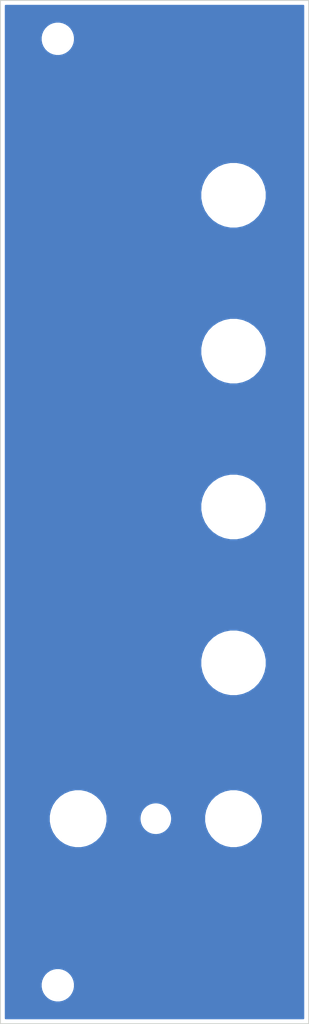
<source format=kicad_pcb>
(kicad_pcb (version 20171130) (host pcbnew 5.1.5-52549c5~86~ubuntu19.04.1)

  (general
    (thickness 1.6)
    (drawings 13)
    (tracks 0)
    (zones 0)
    (modules 8)
    (nets 1)
  )

  (page A4)
  (title_block
    (title ADSR)
    (date 2019-09-22)
    (rev 01)
    (comment 1 "Original design by René Schmitz")
    (comment 2 "PCB for Panel")
    (comment 4 "License CC BY 4.0 - Attribution 4.0 International")
  )

  (layers
    (0 F.Cu signal)
    (31 B.Cu signal)
    (32 B.Adhes user)
    (33 F.Adhes user)
    (34 B.Paste user)
    (35 F.Paste user)
    (36 B.SilkS user)
    (37 F.SilkS user)
    (38 B.Mask user)
    (39 F.Mask user)
    (40 Dwgs.User user)
    (41 Cmts.User user)
    (42 Eco1.User user)
    (43 Eco2.User user)
    (44 Edge.Cuts user)
    (45 Margin user)
    (46 B.CrtYd user)
    (47 F.CrtYd user)
    (48 B.Fab user)
    (49 F.Fab user)
  )

  (setup
    (last_trace_width 0.25)
    (trace_clearance 0.2)
    (zone_clearance 0.508)
    (zone_45_only no)
    (trace_min 0.2)
    (via_size 0.8)
    (via_drill 0.4)
    (via_min_size 0.4)
    (via_min_drill 0.3)
    (uvia_size 0.3)
    (uvia_drill 0.1)
    (uvias_allowed no)
    (uvia_min_size 0.2)
    (uvia_min_drill 0.1)
    (edge_width 0.05)
    (segment_width 0.2)
    (pcb_text_width 0.3)
    (pcb_text_size 1.5 1.5)
    (mod_edge_width 0.12)
    (mod_text_size 1 1)
    (mod_text_width 0.15)
    (pad_size 5 5)
    (pad_drill 0)
    (pad_to_mask_clearance 0.051)
    (solder_mask_min_width 0.25)
    (aux_axis_origin 0 0)
    (visible_elements 7FFFFFFF)
    (pcbplotparams
      (layerselection 0x010f0_ffffffff)
      (usegerberextensions false)
      (usegerberattributes false)
      (usegerberadvancedattributes false)
      (creategerberjobfile false)
      (excludeedgelayer true)
      (linewidth 0.100000)
      (plotframeref false)
      (viasonmask false)
      (mode 1)
      (useauxorigin false)
      (hpglpennumber 1)
      (hpglpenspeed 20)
      (hpglpendiameter 15.000000)
      (psnegative false)
      (psa4output false)
      (plotreference true)
      (plotvalue true)
      (plotinvisibletext false)
      (padsonsilk false)
      (subtractmaskfromsilk false)
      (outputformat 1)
      (mirror false)
      (drillshape 0)
      (scaleselection 1)
      (outputdirectory "gerbers/"))
  )

  (net 0 "")

  (net_class Default "This is the default net class."
    (clearance 0.2)
    (trace_width 0.25)
    (via_dia 0.8)
    (via_drill 0.4)
    (uvia_dia 0.3)
    (uvia_drill 0.1)
  )

  (module MountingHole:MountingHole_3.2mm_M3 (layer F.Cu) (tedit 56D1B4CB) (tstamp 5D873FA3)
    (at 32.9 153.8)
    (descr "Mounting Hole 3.2mm, no annular, M3")
    (tags "mounting hole 3.2mm no annular m3")
    (attr virtual)
    (fp_text reference REF** (at 0 -4.2) (layer F.SilkS) hide
      (effects (font (size 1 1) (thickness 0.15)))
    )
    (fp_text value MountingHole_3.2mm_M3 (at 0 4.2) (layer F.Fab) hide
      (effects (font (size 1 1) (thickness 0.15)))
    )
    (fp_circle (center 0 0) (end 3.45 0) (layer F.CrtYd) (width 0.05))
    (fp_circle (center 0 0) (end 3.2 0) (layer Cmts.User) (width 0.15))
    (fp_text user %R (at 0.3 0) (layer F.Fab) hide
      (effects (font (size 1 1) (thickness 0.15)))
    )
    (pad 1 np_thru_hole circle (at 0 0) (size 3.2 3.2) (drill 3.2) (layers *.Cu *.Mask))
  )

  (module MountingHole:MountingHole_3.2mm_M3 (layer F.Cu) (tedit 56D1B4CB) (tstamp 5D873F8D)
    (at 32.9 30.4)
    (descr "Mounting Hole 3.2mm, no annular, M3")
    (tags "mounting hole 3.2mm no annular m3")
    (attr virtual)
    (fp_text reference REF** (at 0 -4.2) (layer F.SilkS) hide
      (effects (font (size 1 1) (thickness 0.15)))
    )
    (fp_text value MountingHole_3.2mm_M3 (at 0 4.2) (layer F.Fab) hide
      (effects (font (size 1 1) (thickness 0.15)))
    )
    (fp_circle (center 0 0) (end 3.45 0) (layer F.CrtYd) (width 0.05))
    (fp_circle (center 0 0) (end 3.2 0) (layer Cmts.User) (width 0.15))
    (fp_text user %R (at 0.3 0) (layer F.Fab) hide
      (effects (font (size 1 1) (thickness 0.15)))
    )
    (pad 1 np_thru_hole circle (at 0 0) (size 3.2 3.2) (drill 3.2) (layers *.Cu *.Mask))
  )

  (module elektrophon:panel_jack (layer F.Cu) (tedit 5D6D74CB) (tstamp 5D6B4C03)
    (at 55.88 132.08)
    (descr "Mounting Hole 8.4mm, no annular, M8")
    (tags "mounting hole 8.4mm no annular m8")
    (path /5D6B07F8)
    (attr virtual)
    (fp_text reference H7 (at 0 -9.4) (layer F.SilkS) hide
      (effects (font (size 1 1) (thickness 0.15)))
    )
    (fp_text value out (at 0 9.144) (layer F.Mask) hide
      (effects (font (size 2 1.4) (thickness 0.25)))
    )
    (fp_circle (center 0 0) (end 4.2 0) (layer F.CrtYd) (width 0.05))
    (fp_circle (center 0 0) (end 4 0) (layer Cmts.User) (width 0.15))
    (fp_text user %R (at 0.3 0) (layer F.Fab) hide
      (effects (font (size 1 1) (thickness 0.15)))
    )
    (pad "" np_thru_hole circle (at 0 0) (size 6.4 6.4) (drill 6.4) (layers *.Cu *.Mask))
  )

  (module elektrophon:panel_potentiometer (layer F.Cu) (tedit 5D6D74E4) (tstamp 5D6B4BF9)
    (at 55.88 111.76)
    (descr "Mounting Hole 8.4mm, no annular, M8")
    (tags "mounting hole 8.4mm no annular m8")
    (path /5D6B02F1)
    (attr virtual)
    (fp_text reference H5 (at 0 -9.4) (layer F.SilkS) hide
      (effects (font (size 1 1) (thickness 0.15)))
    )
    (fp_text value release (at 0 9.144) (layer F.Mask) hide
      (effects (font (size 2 1.4) (thickness 0.25)))
    )
    (fp_circle (center 0 0) (end 6.6 0) (layer F.CrtYd) (width 0.05))
    (fp_circle (center 0 0) (end 6.35 0) (layer Cmts.User) (width 0.15))
    (fp_text user %R (at 0.3 0) (layer F.Fab) hide
      (effects (font (size 1 1) (thickness 0.15)))
    )
    (pad "" np_thru_hole circle (at 0 0) (size 7.4 7.4) (drill 7.4) (layers *.Cu *.Mask))
  )

  (module elektrophon:panel_potentiometer (layer F.Cu) (tedit 5D6D74E4) (tstamp 5D6B4BF4)
    (at 55.88 91.44)
    (descr "Mounting Hole 8.4mm, no annular, M8")
    (tags "mounting hole 8.4mm no annular m8")
    (path /5D6AFF0C)
    (attr virtual)
    (fp_text reference H4 (at 0 -9.4) (layer F.SilkS) hide
      (effects (font (size 1 1) (thickness 0.15)))
    )
    (fp_text value sustain (at 0 9.144) (layer F.Mask) hide
      (effects (font (size 2 1.4) (thickness 0.25)))
    )
    (fp_circle (center 0 0) (end 6.6 0) (layer F.CrtYd) (width 0.05))
    (fp_circle (center 0 0) (end 6.35 0) (layer Cmts.User) (width 0.15))
    (fp_text user %R (at 0.3 0) (layer F.Fab) hide
      (effects (font (size 1 1) (thickness 0.15)))
    )
    (pad "" np_thru_hole circle (at 0 0) (size 7.4 7.4) (drill 7.4) (layers *.Cu *.Mask))
  )

  (module elektrophon:panel_potentiometer (layer F.Cu) (tedit 5D6D74E4) (tstamp 5D6B4BEF)
    (at 55.88 71.12)
    (descr "Mounting Hole 8.4mm, no annular, M8")
    (tags "mounting hole 8.4mm no annular m8")
    (path /5D6AFC95)
    (attr virtual)
    (fp_text reference H3 (at 0 -9.4) (layer F.SilkS) hide
      (effects (font (size 1 1) (thickness 0.15)))
    )
    (fp_text value delay (at 0 9.144) (layer F.Mask) hide
      (effects (font (size 2 1.4) (thickness 0.25)))
    )
    (fp_circle (center 0 0) (end 6.6 0) (layer F.CrtYd) (width 0.05))
    (fp_circle (center 0 0) (end 6.35 0) (layer Cmts.User) (width 0.15))
    (fp_text user %R (at 0.3 0) (layer F.Fab) hide
      (effects (font (size 1 1) (thickness 0.15)))
    )
    (pad "" np_thru_hole circle (at 0 0) (size 7.4 7.4) (drill 7.4) (layers *.Cu *.Mask))
  )

  (module elektrophon:panel_potentiometer (layer F.Cu) (tedit 5D6D74E4) (tstamp 5D6B4BEA)
    (at 55.88 50.8)
    (descr "Mounting Hole 8.4mm, no annular, M8")
    (tags "mounting hole 8.4mm no annular m8")
    (path /5D6AFC22)
    (attr virtual)
    (fp_text reference H2 (at 0 -9.4) (layer F.SilkS) hide
      (effects (font (size 1 1) (thickness 0.15)))
    )
    (fp_text value attack (at 0 9.144) (layer F.Mask) hide
      (effects (font (size 2 1.4) (thickness 0.25)))
    )
    (fp_circle (center 0 0) (end 6.6 0) (layer F.CrtYd) (width 0.05))
    (fp_circle (center 0 0) (end 6.35 0) (layer Cmts.User) (width 0.15))
    (fp_text user %R (at 0.3 0) (layer F.Fab) hide
      (effects (font (size 1 1) (thickness 0.15)))
    )
    (pad "" np_thru_hole circle (at 0 0) (size 7.4 7.4) (drill 7.4) (layers *.Cu *.Mask))
  )

  (module elektrophon:panel_jack (layer F.Cu) (tedit 5D6D74CB) (tstamp 5D6B4BE5)
    (at 35.56 132.08)
    (descr "Mounting Hole 8.4mm, no annular, M8")
    (tags "mounting hole 8.4mm no annular m8")
    (path /5D6B047C)
    (attr virtual)
    (fp_text reference H1 (at 0 -9.4) (layer F.SilkS) hide
      (effects (font (size 1 1) (thickness 0.15)))
    )
    (fp_text value in (at 0 9.144) (layer F.Mask) hide
      (effects (font (size 2 1.4) (thickness 0.25)))
    )
    (fp_circle (center 0 0) (end 4.2 0) (layer F.CrtYd) (width 0.05))
    (fp_circle (center 0 0) (end 4 0) (layer Cmts.User) (width 0.15))
    (fp_text user %R (at 0.3 0) (layer F.Fab) hide
      (effects (font (size 1 1) (thickness 0.15)))
    )
    (pad "" np_thru_hole circle (at 0 0) (size 6.4 6.4) (drill 6.4) (layers *.Cu *.Mask))
  )

  (gr_text -1 (at 47.244 28.702) (layer F.Mask) (tstamp 5EABDDEB)
    (effects (font (size 2 2) (thickness 0.35)))
  )
  (gr_text R01 (at 60.12 155.09) (layer F.Cu)
    (effects (font (size 2 1.4) (thickness 0.25)))
  )
  (gr_text out (at 55.88 141.22) (layer F.Mask) (tstamp 5D87320C)
    (effects (font (size 2 1.4) (thickness 0.25)))
  )
  (gr_text in (at 35.58 141.2) (layer F.Mask) (tstamp 5D87320C)
    (effects (font (size 2 1.4) (thickness 0.25)))
  )
  (gr_text release (at 55.88 120.91) (layer F.Mask) (tstamp 5D87320C)
    (effects (font (size 2 1.4) (thickness 0.25)))
  )
  (gr_text sustain (at 55.88 100.58) (layer F.Mask) (tstamp 5D87320C)
    (effects (font (size 2 1.4) (thickness 0.25)))
  )
  (gr_text decay (at 55.87 80.27) (layer F.Mask) (tstamp 5D87320C)
    (effects (font (size 2 1.4) (thickness 0.25)))
  )
  (gr_text attack (at 55.88 59.95) (layer F.Mask)
    (effects (font (size 2 1.4) (thickness 0.25)))
  )
  (gr_text Σ (at 43.688 30.48) (layer F.Mask)
    (effects (font (size 3 3) (thickness 0.35)))
  )
  (gr_line (start 65.7 158.8) (end 25.4 158.8) (layer Edge.Cuts) (width 0.12))
  (gr_line (start 65.7 25.4) (end 65.7 158.8) (layer Edge.Cuts) (width 0.12))
  (gr_line (start 25.4 25.4) (end 25.4 158.8) (layer Edge.Cuts) (width 0.12))
  (gr_line (start 25.4 25.4) (end 65.7 25.4) (layer Edge.Cuts) (width 0.12))

  (zone (net 0) (net_name "") (layer B.Cu) (tstamp 5D874006) (hatch edge 0.508)
    (connect_pads (clearance 0.508))
    (min_thickness 0.254)
    (fill yes (arc_segments 32) (thermal_gap 0.508) (thermal_bridge_width 0.508))
    (polygon
      (pts
        (xy 25.39 25.34) (xy 65.72 25.41) (xy 65.69 158.79) (xy 25.41 158.79)
      )
    )
    (filled_polygon
      (pts
        (xy 65.005001 158.105) (xy 26.095 158.105) (xy 26.095 153.579872) (xy 30.665 153.579872) (xy 30.665 154.020128)
        (xy 30.75089 154.451925) (xy 30.919369 154.858669) (xy 31.163962 155.224729) (xy 31.475271 155.536038) (xy 31.841331 155.780631)
        (xy 32.248075 155.94911) (xy 32.679872 156.035) (xy 33.120128 156.035) (xy 33.551925 155.94911) (xy 33.958669 155.780631)
        (xy 34.324729 155.536038) (xy 34.636038 155.224729) (xy 34.880631 154.858669) (xy 35.04911 154.451925) (xy 35.135 154.020128)
        (xy 35.135 153.579872) (xy 35.04911 153.148075) (xy 34.880631 152.741331) (xy 34.636038 152.375271) (xy 34.324729 152.063962)
        (xy 33.958669 151.819369) (xy 33.551925 151.65089) (xy 33.120128 151.565) (xy 32.679872 151.565) (xy 32.248075 151.65089)
        (xy 31.841331 151.819369) (xy 31.475271 152.063962) (xy 31.163962 152.375271) (xy 30.919369 152.741331) (xy 30.75089 153.148075)
        (xy 30.665 153.579872) (xy 26.095 153.579872) (xy 26.095 131.702285) (xy 31.725 131.702285) (xy 31.725 132.457715)
        (xy 31.872377 133.198628) (xy 32.161467 133.896554) (xy 32.581161 134.52467) (xy 33.11533 135.058839) (xy 33.743446 135.478533)
        (xy 34.441372 135.767623) (xy 35.182285 135.915) (xy 35.937715 135.915) (xy 36.678628 135.767623) (xy 37.376554 135.478533)
        (xy 38.00467 135.058839) (xy 38.538839 134.52467) (xy 38.958533 133.896554) (xy 39.247623 133.198628) (xy 39.395 132.457715)
        (xy 39.395 132.076313) (xy 43.59301 132.076313) (xy 43.59381 132.139313) (xy 43.593926 132.143348) (xy 43.596726 132.206248)
        (xy 43.596969 132.210279) (xy 43.601769 132.273079) (xy 43.60214 132.277093) (xy 43.60894 132.339793) (xy 43.609417 132.343637)
        (xy 43.618117 132.406037) (xy 43.618744 132.410065) (xy 43.629444 132.472165) (xy 43.630208 132.476204) (xy 43.642908 132.537904)
        (xy 43.643756 132.541725) (xy 43.658356 132.603025) (xy 43.659333 132.606862) (xy 43.675833 132.667662) (xy 43.676946 132.671522)
        (xy 43.695346 132.731722) (xy 43.696561 132.735485) (xy 43.716861 132.795185) (xy 43.718261 132.799092) (xy 43.740461 132.857992)
        (xy 43.741862 132.861545) (xy 43.765862 132.919845) (xy 43.767429 132.923491) (xy 43.793229 132.980991) (xy 43.795028 132.984827)
        (xy 43.822728 133.041427) (xy 43.824485 133.044883) (xy 43.853885 133.100583) (xy 43.855748 133.103984) (xy 43.886848 133.158784)
        (xy 43.889008 133.162446) (xy 43.921908 133.216146) (xy 43.923944 133.21936) (xy 43.958444 133.27206) (xy 43.960733 133.275438)
        (xy 43.996933 133.327038) (xy 43.9993 133.3303) (xy 44.0371 133.3807) (xy 44.039471 133.383762) (xy 44.078771 133.432962)
        (xy 44.081418 133.436168) (xy 44.122318 133.484068) (xy 44.124873 133.486969) (xy 44.167273 133.533669) (xy 44.170096 133.536679)
        (xy 44.213896 133.581879) (xy 44.216617 133.584603) (xy 44.261817 133.628503) (xy 44.26483 133.631336) (xy 44.31143 133.673736)
        (xy 44.314432 133.676382) (xy 44.362332 133.717282) (xy 44.365415 133.719831) (xy 44.414615 133.759231) (xy 44.417671 133.761603)
        (xy 44.468071 133.799503) (xy 44.471367 133.8019) (xy 44.522867 133.8381) (xy 44.526199 133.840364) (xy 44.578899 133.874964)
        (xy 44.582254 133.877092) (xy 44.635954 133.909992) (xy 44.639377 133.912016) (xy 44.694077 133.943216) (xy 44.69756 133.945131)
        (xy 44.75326 133.974631) (xy 44.756873 133.976472) (xy 44.813473 134.004172) (xy 44.817066 134.005861) (xy 44.874466 134.031761)
        (xy 44.878355 134.033438) (xy 44.936655 134.057438) (xy 44.940032 134.058772) (xy 44.998932 134.081072) (xy 45.002953 134.082518)
        (xy 45.062553 134.102818) (xy 45.06625 134.104014) (xy 45.12655 134.122514) (xy 45.13035 134.123616) (xy 45.19115 134.140216)
        (xy 45.19513 134.141233) (xy 45.25633 134.155833) (xy 45.260236 134.1567) (xy 45.322036 134.1694) (xy 45.325806 134.170116)
        (xy 45.387806 134.180916) (xy 45.391865 134.181556) (xy 45.454265 134.190356) (xy 45.458307 134.19086) (xy 45.521007 134.19766)
        (xy 45.525021 134.198031) (xy 45.587821 134.202831) (xy 45.591651 134.203065) (xy 45.654551 134.205965) (xy 45.658586 134.206087)
        (xy 45.721586 134.206987) (xy 45.7374 134.20553) (xy 45.75553 134.206736) (xy 45.81853 134.204736) (xy 45.82256 134.204544)
        (xy 45.88546 134.200544) (xy 45.889298 134.200241) (xy 45.951998 134.194341) (xy 45.956224 134.193872) (xy 46.018724 134.185872)
        (xy 46.022366 134.185352) (xy 46.084566 134.175552) (xy 46.088776 134.174816) (xy 46.150676 134.162916) (xy 46.154506 134.162119)
        (xy 46.216006 134.148319) (xy 46.219855 134.147392) (xy 46.280855 134.131692) (xy 46.284675 134.130645) (xy 46.345175 134.113045)
        (xy 46.349013 134.111862) (xy 46.408913 134.092362) (xy 46.412775 134.091036) (xy 46.471975 134.069636) (xy 46.475723 134.068214)
        (xy 46.534323 134.044914) (xy 46.537987 134.04339) (xy 46.595787 134.01829) (xy 46.599402 134.016653) (xy 46.656402 133.989753)
        (xy 46.659964 133.988003) (xy 46.715964 133.959403) (xy 46.71962 133.95746) (xy 46.77482 133.92696) (xy 46.778117 133.925073)
        (xy 46.832317 133.892973) (xy 46.83594 133.890745) (xy 46.88904 133.856845) (xy 46.892213 133.854752) (xy 46.944313 133.819252)
        (xy 46.947606 133.816931) (xy 46.998506 133.779831) (xy 47.001726 133.777404) (xy 47.051426 133.738704) (xy 47.054445 133.736279)
        (xy 47.102945 133.696079) (xy 47.106099 133.693376) (xy 47.153299 133.651576) (xy 47.156242 133.648887) (xy 47.202042 133.605687)
        (xy 47.205004 133.6028) (xy 47.249404 133.5581) (xy 47.251976 133.555434) (xy 47.295076 133.509434) (xy 47.297952 133.506259)
        (xy 47.339452 133.458859) (xy 47.341859 133.456027) (xy 47.381959 133.407427) (xy 47.384551 133.404179) (xy 47.423051 133.354279)
        (xy 47.425392 133.351146) (xy 47.462292 133.300146) (xy 47.464759 133.296611) (xy 47.499959 133.244311) (xy 47.501977 133.241217)
        (xy 47.535577 133.188017) (xy 47.537666 133.184592) (xy 47.569666 133.130192) (xy 47.571747 133.126515) (xy 47.601847 133.071215)
        (xy 47.603568 133.06794) (xy 47.632068 133.01174) (xy 47.633921 133.007929) (xy 47.660521 132.950829) (xy 47.662069 132.947374)
        (xy 47.686969 132.889474) (xy 47.68852 132.8857) (xy 47.71152 132.8271) (xy 47.712974 132.82321) (xy 47.734074 132.76381)
        (xy 47.735299 132.760189) (xy 47.754599 132.700189) (xy 47.755806 132.696216) (xy 47.773106 132.635716) (xy 47.774101 132.632028)
        (xy 47.789601 132.570928) (xy 47.790556 132.566888) (xy 47.804056 132.505288) (xy 47.804863 132.501298) (xy 47.816363 132.439398)
        (xy 47.816988 132.435738) (xy 47.826688 132.373438) (xy 47.827271 132.36923) (xy 47.834871 132.30673) (xy 47.835278 132.302898)
        (xy 47.840978 132.240198) (xy 47.841281 132.236158) (xy 47.844981 132.173258) (xy 47.845154 132.169226) (xy 47.846854 132.106226)
        (xy 47.846899 132.102195) (xy 47.846599 132.039195) (xy 47.846515 132.035167) (xy 47.844215 131.972167) (xy 47.844018 131.968339)
        (xy 47.839818 131.905439) (xy 47.839482 131.901383) (xy 47.833282 131.838783) (xy 47.832821 131.834779) (xy 47.824621 131.772279)
        (xy 47.824026 131.768248) (xy 47.813826 131.706048) (xy 47.81315 131.702285) (xy 52.045 131.702285) (xy 52.045 132.457715)
        (xy 52.192377 133.198628) (xy 52.481467 133.896554) (xy 52.901161 134.52467) (xy 53.43533 135.058839) (xy 54.063446 135.478533)
        (xy 54.761372 135.767623) (xy 55.502285 135.915) (xy 56.257715 135.915) (xy 56.998628 135.767623) (xy 57.696554 135.478533)
        (xy 58.32467 135.058839) (xy 58.858839 134.52467) (xy 59.278533 133.896554) (xy 59.567623 133.198628) (xy 59.715 132.457715)
        (xy 59.715 131.702285) (xy 59.567623 130.961372) (xy 59.278533 130.263446) (xy 58.858839 129.63533) (xy 58.32467 129.101161)
        (xy 57.696554 128.681467) (xy 56.998628 128.392377) (xy 56.257715 128.245) (xy 55.502285 128.245) (xy 54.761372 128.392377)
        (xy 54.063446 128.681467) (xy 53.43533 129.101161) (xy 52.901161 129.63533) (xy 52.481467 130.263446) (xy 52.192377 130.961372)
        (xy 52.045 131.702285) (xy 47.81315 131.702285) (xy 47.813134 131.702198) (xy 47.801034 131.640398) (xy 47.800222 131.636567)
        (xy 47.786222 131.575167) (xy 47.785245 131.571178) (xy 47.769245 131.510178) (xy 47.768165 131.506314) (xy 47.750265 131.445914)
        (xy 47.749063 131.442081) (xy 47.729263 131.382281) (xy 47.728007 131.378669) (xy 47.706407 131.319469) (xy 47.704919 131.31559)
        (xy 47.681419 131.25719) (xy 47.679836 131.253432) (xy 47.654436 131.195732) (xy 47.65286 131.192291) (xy 47.62576 131.135391)
        (xy 47.623915 131.131675) (xy 47.595015 131.075775) (xy 47.593142 131.072287) (xy 47.562442 131.017187) (xy 47.560402 131.013659)
        (xy 47.528002 130.959659) (xy 47.525903 130.956283) (xy 47.491803 130.903283) (xy 47.489636 130.900025) (xy 47.453936 130.848125)
        (xy 47.451669 130.844936) (xy 47.414369 130.794136) (xy 47.411757 130.790703) (xy 47.372757 130.741203) (xy 47.370415 130.738318)
        (xy 47.330015 130.690018) (xy 47.327298 130.686876) (xy 47.285298 130.639876) (xy 47.282594 130.636944) (xy 47.239194 130.591344)
        (xy 47.236396 130.588495) (xy 47.191496 130.544195) (xy 47.188609 130.541435) (xy 47.142409 130.498635) (xy 47.139544 130.496061)
        (xy 47.092044 130.454661) (xy 47.088867 130.451982) (xy 47.040067 130.412182) (xy 47.036931 130.409705) (xy 46.986831 130.371405)
        (xy 46.983555 130.368983) (xy 46.932355 130.332383) (xy 46.929179 130.330185) (xy 46.876779 130.295085) (xy 46.873446 130.292927)
        (xy 46.820046 130.259527) (xy 46.816403 130.257332) (xy 46.761903 130.225732) (xy 46.758675 130.223923) (xy 46.703275 130.193923)
        (xy 46.699677 130.192048) (xy 46.643377 130.163848) (xy 46.639644 130.162054) (xy 46.582344 130.135654) (xy 46.578618 130.134009)
        (xy 46.520618 130.109509) (xy 46.517182 130.108116) (xy 46.458482 130.085316) (xy 46.454589 130.083877) (xy 46.395089 130.062977)
        (xy 46.39134 130.061726) (xy 46.33134 130.042726) (xy 46.327437 130.041558) (xy 46.266737 130.024458) (xy 46.26277 130.023409)
        (xy 46.20167 130.008309) (xy 46.198003 130.007461) (xy 46.136403 129.994161) (xy 46.132372 129.993358) (xy 46.070372 129.982058)
        (xy 46.066351 129.981392) (xy 46.004051 129.972092) (xy 46.000209 129.971578) (xy 45.937609 129.964178) (xy 45.93358 129.963767)
        (xy 45.87078 129.958367) (xy 45.866755 129.958085) (xy 45.803855 129.954685) (xy 45.800023 129.954536) (xy 45.737023 129.953036)
        (xy 45.732791 129.953006) (xy 45.669791 129.953606) (xy 45.665956 129.9537) (xy 45.603056 129.9562) (xy 45.599023 129.956425)
        (xy 45.536223 129.960925) (xy 45.532204 129.961277) (xy 45.469504 129.967777) (xy 45.465459 129.968262) (xy 45.403059 129.976762)
        (xy 45.399256 129.977339) (xy 45.337056 129.987739) (xy 45.333016 129.988482) (xy 45.271216 130.000882) (xy 45.267348 130.001721)
        (xy 45.206048 130.016021) (xy 45.202064 130.017018) (xy 45.141164 130.033318) (xy 45.137488 130.034362) (xy 45.077188 130.052462)
        (xy 45.073237 130.053718) (xy 45.013437 130.073818) (xy 45.009706 130.075138) (xy 44.950706 130.097038) (xy 44.947143 130.098421)
        (xy 44.888743 130.122121) (xy 44.884846 130.123779) (xy 44.827346 130.149379) (xy 44.823821 130.151014) (xy 44.767021 130.178414)
        (xy 44.763316 130.180276) (xy 44.707516 130.209476) (xy 44.704108 130.211326) (xy 44.649208 130.242226) (xy 44.645774 130.24423)
        (xy 44.591874 130.27683) (xy 44.588507 130.278939) (xy 44.535607 130.313239) (xy 44.532128 130.315578) (xy 44.480428 130.351578)
        (xy 44.477382 130.353766) (xy 44.426782 130.391266) (xy 44.423457 130.393816) (xy 44.374057 130.433016) (xy 44.370965 130.43555)
        (xy 44.322865 130.47625) (xy 44.319964 130.478782) (xy 44.273164 130.520882) (xy 44.270027 130.523801) (xy 44.224627 130.567501)
        (xy 44.221995 130.570109) (xy 44.177895 130.615109) (xy 44.175048 130.61811) (xy 44.132448 130.66451) (xy 44.129888 130.667385)
        (xy 44.088688 130.715085) (xy 44.086024 130.718273) (xy 44.046424 130.767273) (xy 44.04394 130.770449) (xy 44.00594 130.820649)
        (xy 44.003652 130.823769) (xy 43.967152 130.875169) (xy 43.964844 130.878533) (xy 43.930044 130.931033) (xy 43.927843 130.934471)
        (xy 43.894743 130.988071) (xy 43.892794 130.991335) (xy 43.861294 131.045935) (xy 43.85928 131.049562) (xy 43.82958 131.105162)
        (xy 43.827767 131.108689) (xy 43.799867 131.165089) (xy 43.798201 131.168589) (xy 43.772001 131.225889) (xy 43.770305 131.229768)
        (xy 43.746005 131.287968) (xy 43.744587 131.291512) (xy 43.722087 131.350312) (xy 43.720689 131.35415) (xy 43.700089 131.41365)
        (xy 43.698874 131.417342) (xy 43.680074 131.477542) (xy 43.678902 131.481524) (xy 43.662102 131.542224) (xy 43.661104 131.546058)
        (xy 43.646204 131.607258) (xy 43.645328 131.611116) (xy 43.632328 131.672816) (xy 43.631553 131.676814) (xy 43.620553 131.738814)
        (xy 43.619929 131.742673) (xy 43.610829 131.805073) (xy 43.610309 131.809088) (xy 43.603209 131.871688) (xy 43.602817 131.87572)
        (xy 43.597717 131.93852) (xy 43.597454 131.942548) (xy 43.594354 132.005448) (xy 43.594223 132.009281) (xy 43.593023 132.072281)
        (xy 43.59301 132.076313) (xy 39.395 132.076313) (xy 39.395 131.702285) (xy 39.247623 130.961372) (xy 38.958533 130.263446)
        (xy 38.538839 129.63533) (xy 38.00467 129.101161) (xy 37.376554 128.681467) (xy 36.678628 128.392377) (xy 35.937715 128.245)
        (xy 35.182285 128.245) (xy 34.441372 128.392377) (xy 33.743446 128.681467) (xy 33.11533 129.101161) (xy 32.581161 129.63533)
        (xy 32.161467 130.263446) (xy 31.872377 130.961372) (xy 31.725 131.702285) (xy 26.095 131.702285) (xy 26.095 111.33304)
        (xy 51.545 111.33304) (xy 51.545 112.18696) (xy 51.711592 113.024473) (xy 52.038373 113.813392) (xy 52.512786 114.523401)
        (xy 53.116599 115.127214) (xy 53.826608 115.601627) (xy 54.615527 115.928408) (xy 55.45304 116.095) (xy 56.30696 116.095)
        (xy 57.144473 115.928408) (xy 57.933392 115.601627) (xy 58.643401 115.127214) (xy 59.247214 114.523401) (xy 59.721627 113.813392)
        (xy 60.048408 113.024473) (xy 60.215 112.18696) (xy 60.215 111.33304) (xy 60.048408 110.495527) (xy 59.721627 109.706608)
        (xy 59.247214 108.996599) (xy 58.643401 108.392786) (xy 57.933392 107.918373) (xy 57.144473 107.591592) (xy 56.30696 107.425)
        (xy 55.45304 107.425) (xy 54.615527 107.591592) (xy 53.826608 107.918373) (xy 53.116599 108.392786) (xy 52.512786 108.996599)
        (xy 52.038373 109.706608) (xy 51.711592 110.495527) (xy 51.545 111.33304) (xy 26.095 111.33304) (xy 26.095 91.01304)
        (xy 51.545 91.01304) (xy 51.545 91.86696) (xy 51.711592 92.704473) (xy 52.038373 93.493392) (xy 52.512786 94.203401)
        (xy 53.116599 94.807214) (xy 53.826608 95.281627) (xy 54.615527 95.608408) (xy 55.45304 95.775) (xy 56.30696 95.775)
        (xy 57.144473 95.608408) (xy 57.933392 95.281627) (xy 58.643401 94.807214) (xy 59.247214 94.203401) (xy 59.721627 93.493392)
        (xy 60.048408 92.704473) (xy 60.215 91.86696) (xy 60.215 91.01304) (xy 60.048408 90.175527) (xy 59.721627 89.386608)
        (xy 59.247214 88.676599) (xy 58.643401 88.072786) (xy 57.933392 87.598373) (xy 57.144473 87.271592) (xy 56.30696 87.105)
        (xy 55.45304 87.105) (xy 54.615527 87.271592) (xy 53.826608 87.598373) (xy 53.116599 88.072786) (xy 52.512786 88.676599)
        (xy 52.038373 89.386608) (xy 51.711592 90.175527) (xy 51.545 91.01304) (xy 26.095 91.01304) (xy 26.095 70.69304)
        (xy 51.545 70.69304) (xy 51.545 71.54696) (xy 51.711592 72.384473) (xy 52.038373 73.173392) (xy 52.512786 73.883401)
        (xy 53.116599 74.487214) (xy 53.826608 74.961627) (xy 54.615527 75.288408) (xy 55.45304 75.455) (xy 56.30696 75.455)
        (xy 57.144473 75.288408) (xy 57.933392 74.961627) (xy 58.643401 74.487214) (xy 59.247214 73.883401) (xy 59.721627 73.173392)
        (xy 60.048408 72.384473) (xy 60.215 71.54696) (xy 60.215 70.69304) (xy 60.048408 69.855527) (xy 59.721627 69.066608)
        (xy 59.247214 68.356599) (xy 58.643401 67.752786) (xy 57.933392 67.278373) (xy 57.144473 66.951592) (xy 56.30696 66.785)
        (xy 55.45304 66.785) (xy 54.615527 66.951592) (xy 53.826608 67.278373) (xy 53.116599 67.752786) (xy 52.512786 68.356599)
        (xy 52.038373 69.066608) (xy 51.711592 69.855527) (xy 51.545 70.69304) (xy 26.095 70.69304) (xy 26.095 50.37304)
        (xy 51.545 50.37304) (xy 51.545 51.22696) (xy 51.711592 52.064473) (xy 52.038373 52.853392) (xy 52.512786 53.563401)
        (xy 53.116599 54.167214) (xy 53.826608 54.641627) (xy 54.615527 54.968408) (xy 55.45304 55.135) (xy 56.30696 55.135)
        (xy 57.144473 54.968408) (xy 57.933392 54.641627) (xy 58.643401 54.167214) (xy 59.247214 53.563401) (xy 59.721627 52.853392)
        (xy 60.048408 52.064473) (xy 60.215 51.22696) (xy 60.215 50.37304) (xy 60.048408 49.535527) (xy 59.721627 48.746608)
        (xy 59.247214 48.036599) (xy 58.643401 47.432786) (xy 57.933392 46.958373) (xy 57.144473 46.631592) (xy 56.30696 46.465)
        (xy 55.45304 46.465) (xy 54.615527 46.631592) (xy 53.826608 46.958373) (xy 53.116599 47.432786) (xy 52.512786 48.036599)
        (xy 52.038373 48.746608) (xy 51.711592 49.535527) (xy 51.545 50.37304) (xy 26.095 50.37304) (xy 26.095 30.179872)
        (xy 30.665 30.179872) (xy 30.665 30.620128) (xy 30.75089 31.051925) (xy 30.919369 31.458669) (xy 31.163962 31.824729)
        (xy 31.475271 32.136038) (xy 31.841331 32.380631) (xy 32.248075 32.54911) (xy 32.679872 32.635) (xy 33.120128 32.635)
        (xy 33.551925 32.54911) (xy 33.958669 32.380631) (xy 34.324729 32.136038) (xy 34.636038 31.824729) (xy 34.880631 31.458669)
        (xy 35.04911 31.051925) (xy 35.135 30.620128) (xy 35.135 30.179872) (xy 35.04911 29.748075) (xy 34.880631 29.341331)
        (xy 34.636038 28.975271) (xy 34.324729 28.663962) (xy 33.958669 28.419369) (xy 33.551925 28.25089) (xy 33.120128 28.165)
        (xy 32.679872 28.165) (xy 32.248075 28.25089) (xy 31.841331 28.419369) (xy 31.475271 28.663962) (xy 31.163962 28.975271)
        (xy 30.919369 29.341331) (xy 30.75089 29.748075) (xy 30.665 30.179872) (xy 26.095 30.179872) (xy 26.095 26.095)
        (xy 65.005 26.095)
      )
    )
  )
)

</source>
